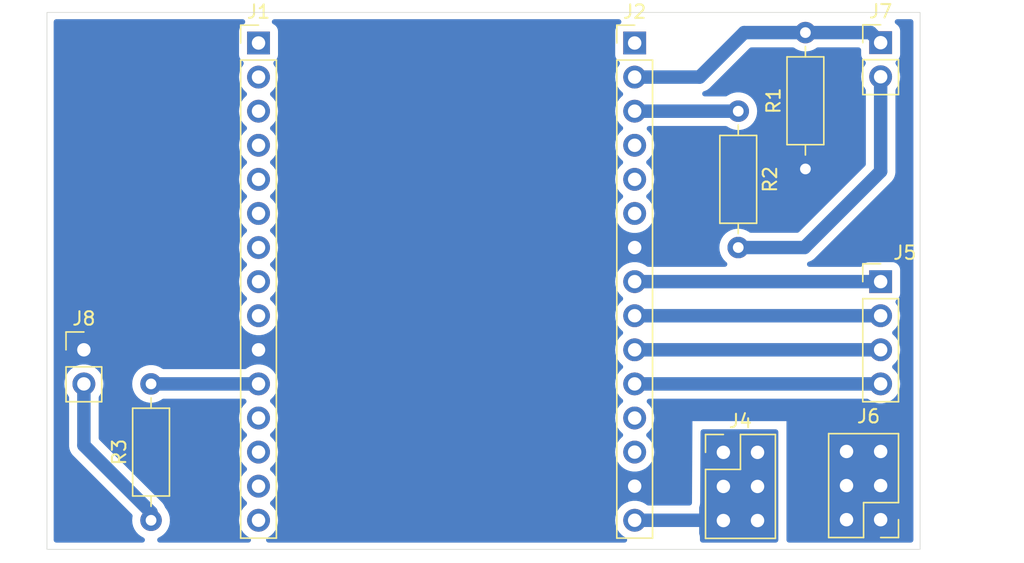
<source format=kicad_pcb>
(kicad_pcb (version 20240108) (generator "pcbnew") (generator_version "8.0")
  (layers (0 "F.Cu" signal) (31 "B.Cu" signal) (34 "B.Paste" user) (35 "F.Paste" user) (36 "B.SilkS" user "B.Silkscreen") (37 "F.SilkS" user "F.Silkscreen") (38 "B.Mask" user) (39 "F.Mask" user) (44 "Edge.Cuts" user))
  (net 0 "")
  (net 7 "+3V3")
  (net 11 "GND")
  (net 16 "/CS")
  (net 18 "/MISO")
  (net 20 "/MOSI")
  (net 22 "Net-(J2-Pin_3)")
  (net 24 "/SCLK")
  (net 25 "/CONFIG")
  (net 27 "Net-(J7-Pin_2)")
  (net 28 "Net-(J8-Pin_2)")
  (net 29 "Net-(J1-Pin_11)")
  (footprint "Connector_PinHeader_2.54mm:PinHeader_1x02_P2.54mm_Vertical" (layer "F.Cu") (at 64.7 49.685)
    (property "Reference" "J8" (at 0 -2.33 0) (layer "F.SilkS"))
    (property "Value" "Conn_01x02_Pin")
    (fp_line (start -1.33 -1.33) (end 0 -1.33) (stroke (width 0.12)) (layer "F.SilkS"))
    (fp_line (start -1.33 0) (end -1.33 -1.33) (stroke (width 0.12)) (layer "F.SilkS"))
    (fp_line (start -1.33 1.27) (end -1.33 3.87) (stroke (width 0.12)) (layer "F.SilkS"))
    (fp_line (start -1.33 1.27) (end 1.33 1.27) (stroke (width 0.12)) (layer "F.SilkS"))
    (fp_line (start -1.33 3.87) (end 1.33 3.87) (stroke (width 0.12)) (layer "F.SilkS"))
    (fp_line (start 1.33 1.27) (end 1.33 3.87) (stroke (width 0.12)) (layer "F.SilkS"))
    (pad "1" thru_hole rect (at 0 0) (size 1.7 1.7) (drill 1) (layers "*.Cu" "*.Mask") (net 11 "GND"))
    (pad "2" thru_hole oval (at 0 2.54) (size 1.7 1.7) (drill 1) (layers "*.Cu" "*.Mask") (net 28 "Net-(J8-Pin_2)"))
  )
  (footprint "Connector_PinHeader_2.54mm:PinHeader_2x03_P2.54mm_Vertical" (layer "F.Cu") (at 124.01 62.34 180)
    (property "Reference" "J6" (at 0.9 7.7 180) (layer "F.SilkS"))
    (property "Value" "Conn_02x03_Counter_Clockwise")
    (fp_line (start 3.87 -1.33) (end 3.87 6.41) (stroke (width 0.12)) (layer "F.SilkS"))
    (fp_line (start 1.27 1.27) (end 1.27 -1.33) (stroke (width 0.12)) (layer "F.SilkS"))
    (fp_line (start 1.27 -1.33) (end 3.87 -1.33) (stroke (width 0.12)) (layer "F.SilkS"))
    (fp_line (start -1.33 6.41) (end 3.87 6.41) (stroke (width 0.12)) (layer "F.SilkS"))
    (fp_line (start -1.33 1.27) (end 1.27 1.27) (stroke (width 0.12)) (layer "F.SilkS"))
    (fp_line (start -1.33 1.27) (end -1.33 6.41) (stroke (width 0.12)) (layer "F.SilkS"))
    (fp_line (start -1.33 0) (end -1.33 -1.33) (stroke (width 0.12)) (layer "F.SilkS"))
    (fp_line (start -1.33 -1.33) (end 0 -1.33) (stroke (width 0.12)) (layer "F.SilkS"))
    (pad "1" thru_hole rect (at 0 0 180) (size 1.7 1.7) (drill 1) (layers "*.Cu" "*.Mask") (net 11 "GND"))
    (pad "2" thru_hole oval (at 2.54 0 180) (size 1.7 1.7) (drill 1) (layers "*.Cu" "*.Mask") (net 11 "GND"))
    (pad "3" thru_hole oval (at 0 2.54 180) (size 1.7 1.7) (drill 1) (layers "*.Cu" "*.Mask") (net 11 "GND"))
    (pad "4" thru_hole oval (at 2.54 2.54 180) (size 1.7 1.7) (drill 1) (layers "*.Cu" "*.Mask") (net 11 "GND"))
    (pad "5" thru_hole oval (at 0 5.08 180) (size 1.7 1.7) (drill 1) (layers "*.Cu" "*.Mask") (net 11 "GND"))
    (pad "6" thru_hole oval (at 2.54 5.08 180) (size 1.7 1.7) (drill 1) (layers "*.Cu" "*.Mask") (net 11 "GND"))
  )
  (footprint "Resistor_THT:R_Axial_DIN0207_L6.3mm_D2.5mm_P10.16mm_Horizontal" (layer "F.Cu") (at 118.41 36.21 90)
    (property "Reference" "R1" (at 5.08 -2.37 -90) (layer "F.SilkS"))
    (property "Value" "10K")
    (fp_line (start 8.35 -1.37) (end 1.81 -1.37) (stroke (width 0.12)) (layer "F.SilkS"))
    (fp_line (start 1.81 -1.37) (end 1.81 1.37) (stroke (width 0.12)) (layer "F.SilkS"))
    (fp_line (start 9.12 0) (end 8.35 0) (stroke (width 0.12)) (layer "F.SilkS"))
    (fp_line (start 1.04 0) (end 1.81 0) (stroke (width 0.12)) (layer "F.SilkS"))
    (fp_line (start 8.35 1.37) (end 8.35 -1.37) (stroke (width 0.12)) (layer "F.SilkS"))
    (fp_line (start 1.81 1.37) (end 8.35 1.37) (stroke (width 0.12)) (layer "F.SilkS"))
    (pad "1" thru_hole circle (at 0 0 90) (size 1.6 1.6) (drill 0.8) (layers "*.Cu" "*.Mask") (net 11 "GND"))
    (pad "2" thru_hole oval (at 10.16 0 90) (size 1.6 1.6) (drill 0.8) (layers "*.Cu" "*.Mask") (net 25 "/CONFIG"))
  )
  (footprint "Connector_PinHeader_2.54mm:PinHeader_1x15_P2.54mm_Vertical" (layer "F.Cu") (at 105.7 26.825)
    (property "Reference" "J2" (at 0 -2.33 0) (layer "F.SilkS"))
    (property "Value" "Conn_01x15_Socket")
    (fp_line (start -1.33 -1.33) (end 0 -1.33) (stroke (width 0.12)) (layer "F.SilkS"))
    (fp_line (start -1.33 0) (end -1.33 -1.33) (stroke (width 0.12)) (layer "F.SilkS"))
    (fp_line (start -1.33 1.27) (end -1.33 36.89) (stroke (width 0.12)) (layer "F.SilkS"))
    (fp_line (start -1.33 1.27) (end 1.33 1.27) (stroke (width 0.12)) (layer "F.SilkS"))
    (fp_line (start -1.33 36.89) (end 1.33 36.89) (stroke (width 0.12)) (layer "F.SilkS"))
    (fp_line (start 1.33 1.27) (end 1.33 36.89) (stroke (width 0.12)) (layer "F.SilkS"))
    (pad "1" thru_hole rect (at 0 0) (size 1.7 1.7) (drill 1) (layers "*.Cu" "*.Mask"))
    (pad "2" thru_hole oval (at 0 2.54) (size 1.7 1.7) (drill 1) (layers "*.Cu" "*.Mask") (net 25 "/CONFIG"))
    (pad "3" thru_hole oval (at 0 5.08) (size 1.7 1.7) (drill 1) (layers "*.Cu" "*.Mask") (net 22 "Net-(J2-Pin_3)"))
    (pad "4" thru_hole oval (at 0 7.62) (size 1.7 1.7) (drill 1) (layers "*.Cu" "*.Mask"))
    (pad "5" thru_hole oval (at 0 10.16) (size 1.7 1.7) (drill 1) (layers "*.Cu" "*.Mask"))
    (pad "6" thru_hole oval (at 0 12.7) (size 1.7 1.7) (drill 1) (layers "*.Cu" "*.Mask"))
    (pad "7" thru_hole oval (at 0 15.24) (size 1.7 1.7) (drill 1) (layers "*.Cu" "*.Mask") (net 11 "GND"))
    (pad "8" thru_hole oval (at 0 17.78) (size 1.7 1.7) (drill 1) (layers "*.Cu" "*.Mask") (net 24 "/SCLK"))
    (pad "9" thru_hole oval (at 0 20.32) (size 1.7 1.7) (drill 1) (layers "*.Cu" "*.Mask") (net 18 "/MISO"))
    (pad "10" thru_hole oval (at 0 22.86) (size 1.7 1.7) (drill 1) (layers "*.Cu" "*.Mask") (net 20 "/MOSI"))
    (pad "11" thru_hole oval (at 0 25.4) (size 1.7 1.7) (drill 1) (layers "*.Cu" "*.Mask") (net 16 "/CS"))
    (pad "12" thru_hole oval (at 0 27.94) (size 1.7 1.7) (drill 1) (layers "*.Cu" "*.Mask"))
    (pad "13" thru_hole oval (at 0 30.48) (size 1.7 1.7) (drill 1) (layers "*.Cu" "*.Mask"))
    (pad "14" thru_hole oval (at 0 33.02) (size 1.7 1.7) (drill 1) (layers "*.Cu" "*.Mask") (net 11 "GND"))
    (pad "15" thru_hole oval (at 0 35.56) (size 1.7 1.7) (drill 1) (layers "*.Cu" "*.Mask") (net 7 "+3V3"))
  )
  (footprint "Resistor_THT:R_Axial_DIN0207_L6.3mm_D2.5mm_P10.16mm_Horizontal" (layer "F.Cu") (at 113.41 31.905 -90)
    (property "Reference" "R2" (at 5.08 -2.37 90) (layer "F.SilkS"))
    (property "Value" "330")
    (fp_line (start 1.81 1.37) (end 8.35 1.37) (stroke (width 0.12)) (layer "F.SilkS"))
    (fp_line (start 8.35 1.37) (end 8.35 -1.37) (stroke (width 0.12)) (layer "F.SilkS"))
    (fp_line (start 1.04 0) (end 1.81 0) (stroke (width 0.12)) (layer "F.SilkS"))
    (fp_line (start 9.12 0) (end 8.35 0) (stroke (width 0.12)) (layer "F.SilkS"))
    (fp_line (start 1.81 -1.37) (end 1.81 1.37) (stroke (width 0.12)) (layer "F.SilkS"))
    (fp_line (start 8.35 -1.37) (end 1.81 -1.37) (stroke (width 0.12)) (layer "F.SilkS"))
    (pad "1" thru_hole circle (at 0 0 270) (size 1.6 1.6) (drill 0.8) (layers "*.Cu" "*.Mask") (net 22 "Net-(J2-Pin_3)"))
    (pad "2" thru_hole oval (at 10.16 0 270) (size 1.6 1.6) (drill 0.8) (layers "*.Cu" "*.Mask") (net 27 "Net-(J7-Pin_2)"))
  )
  (footprint "Connector_PinHeader_2.54mm:PinHeader_1x15_P2.54mm_Vertical" (layer "F.Cu") (at 77.7 26.825)
    (property "Reference" "J1" (at 0 -2.33 0) (layer "F.SilkS"))
    (property "Value" "Conn_01x15_Socket")
    (fp_line (start -1.33 -1.33) (end 0 -1.33) (stroke (width 0.12)) (layer "F.SilkS"))
    (fp_line (start -1.33 0) (end -1.33 -1.33) (stroke (width 0.12)) (layer "F.SilkS"))
    (fp_line (start -1.33 1.27) (end -1.33 36.89) (stroke (width 0.12)) (layer "F.SilkS"))
    (fp_line (start -1.33 1.27) (end 1.33 1.27) (stroke (width 0.12)) (layer "F.SilkS"))
    (fp_line (start -1.33 36.89) (end 1.33 36.89) (stroke (width 0.12)) (layer "F.SilkS"))
    (fp_line (start 1.33 1.27) (end 1.33 36.89) (stroke (width 0.12)) (layer "F.SilkS"))
    (pad "1" thru_hole rect (at 0 0) (size 1.7 1.7) (drill 1) (layers "*.Cu" "*.Mask"))
    (pad "2" thru_hole oval (at 0 2.54) (size 1.7 1.7) (drill 1) (layers "*.Cu" "*.Mask"))
    (pad "3" thru_hole oval (at 0 5.08) (size 1.7 1.7) (drill 1) (layers "*.Cu" "*.Mask"))
    (pad "4" thru_hole oval (at 0 7.62) (size 1.7 1.7) (drill 1) (layers "*.Cu" "*.Mask"))
    (pad "5" thru_hole oval (at 0 10.16) (size 1.7 1.7) (drill 1) (layers "*.Cu" "*.Mask"))
    (pad "6" thru_hole oval (at 0 12.7) (size 1.7 1.7) (drill 1) (layers "*.Cu" "*.Mask"))
    (pad "7" thru_hole oval (at 0 15.24) (size 1.7 1.7) (drill 1) (layers "*.Cu" "*.Mask"))
    (pad "8" thru_hole oval (at 0 17.78) (size 1.7 1.7) (drill 1) (layers "*.Cu" "*.Mask"))
    (pad "9" thru_hole oval (at 0 20.32) (size 1.7 1.7) (drill 1) (layers "*.Cu" "*.Mask"))
    (pad "10" thru_hole oval (at 0 22.86) (size 1.7 1.7) (drill 1) (layers "*.Cu" "*.Mask") (net 11 "GND"))
    (pad "11" thru_hole oval (at 0 25.4) (size 1.7 1.7) (drill 1) (layers "*.Cu" "*.Mask") (net 29 "Net-(J1-Pin_11)"))
    (pad "12" thru_hole oval (at 0 27.94) (size 1.7 1.7) (drill 1) (layers "*.Cu" "*.Mask"))
    (pad "13" thru_hole oval (at 0 30.48) (size 1.7 1.7) (drill 1) (layers "*.Cu" "*.Mask"))
    (pad "14" thru_hole oval (at 0 33.02) (size 1.7 1.7) (drill 1) (layers "*.Cu" "*.Mask"))
    (pad "15" thru_hole oval (at 0 35.56) (size 1.7 1.7) (drill 1) (layers "*.Cu" "*.Mask"))
  )
  (footprint "Resistor_THT:R_Axial_DIN0207_L6.3mm_D2.5mm_P10.16mm_Horizontal" (layer "F.Cu") (at 69.7 62.385 90)
    (property "Reference" "R3" (at 5.08 -2.37 -90) (layer "F.SilkS"))
    (property "Value" "330")
    (fp_line (start 8.35 -1.37) (end 1.81 -1.37) (stroke (width 0.12)) (layer "F.SilkS"))
    (fp_line (start 1.81 -1.37) (end 1.81 1.37) (stroke (width 0.12)) (layer "F.SilkS"))
    (fp_line (start 9.12 0) (end 8.35 0) (stroke (width 0.12)) (layer "F.SilkS"))
    (fp_line (start 1.04 0) (end 1.81 0) (stroke (width 0.12)) (layer "F.SilkS"))
    (fp_line (start 8.35 1.37) (end 8.35 -1.37) (stroke (width 0.12)) (layer "F.SilkS"))
    (fp_line (start 1.81 1.37) (end 8.35 1.37) (stroke (width 0.12)) (layer "F.SilkS"))
    (pad "1" thru_hole circle (at 0 0 90) (size 1.6 1.6) (drill 0.8) (layers "*.Cu" "*.Mask") (net 28 "Net-(J8-Pin_2)"))
    (pad "2" thru_hole oval (at 10.16 0 90) (size 1.6 1.6) (drill 0.8) (layers "*.Cu" "*.Mask") (net 29 "Net-(J1-Pin_11)"))
  )
  (footprint "Connector_PinHeader_2.54mm:PinHeader_1x02_P2.54mm_Vertical" (layer "F.Cu") (at 124.01 26.8)
    (property "Reference" "J7" (at 0 -2.33 0) (layer "F.SilkS"))
    (property "Value" "Conn_01x02_Pin")
    (fp_line (start -1.33 -1.33) (end 0 -1.33) (stroke (width 0.12)) (layer "F.SilkS"))
    (fp_line (start -1.33 0) (end -1.33 -1.33) (stroke (width 0.12)) (layer "F.SilkS"))
    (fp_line (start -1.33 1.27) (end -1.33 3.87) (stroke (width 0.12)) (layer "F.SilkS"))
    (fp_line (start -1.33 1.27) (end 1.33 1.27) (stroke (width 0.12)) (layer "F.SilkS"))
    (fp_line (start -1.33 3.87) (end 1.33 3.87) (stroke (width 0.12)) (layer "F.SilkS"))
    (fp_line (start 1.33 1.27) (end 1.33 3.87) (stroke (width 0.12)) (layer "F.SilkS"))
    (pad "1" thru_hole rect (at 0 0) (size 1.7 1.7) (drill 1) (layers "*.Cu" "*.Mask") (net 25 "/CONFIG"))
    (pad "2" thru_hole oval (at 0 2.54) (size 1.7 1.7) (drill 1) (layers "*.Cu" "*.Mask") (net 27 "Net-(J7-Pin_2)"))
  )
  (footprint "Connector_PinHeader_2.54mm:PinHeader_1x04_P2.54mm_Vertical" (layer "F.Cu") (at 124.01 44.605)
    (property "Reference" "J5" (at 1.8 -2.15 0) (layer "F.SilkS"))
    (property "Value" "Conn_01x04_Pin")
    (fp_line (start -1.33 -1.33) (end 0 -1.33) (stroke (width 0.12)) (layer "F.SilkS"))
    (fp_line (start -1.33 0) (end -1.33 -1.33) (stroke (width 0.12)) (layer "F.SilkS"))
    (fp_line (start -1.33 1.27) (end -1.33 8.95) (stroke (width 0.12)) (layer "F.SilkS"))
    (fp_line (start -1.33 1.27) (end 1.33 1.27) (stroke (width 0.12)) (layer "F.SilkS"))
    (fp_line (start -1.33 8.95) (end 1.33 8.95) (stroke (width 0.12)) (layer "F.SilkS"))
    (fp_line (start 1.33 1.27) (end 1.33 8.95) (stroke (width 0.12)) (layer "F.SilkS"))
    (pad "1" thru_hole rect (at 0 0) (size 1.7 1.7) (drill 1) (layers "*.Cu" "*.Mask") (net 24 "/SCLK"))
    (pad "2" thru_hole oval (at 0 2.54) (size 1.7 1.7) (drill 1) (layers "*.Cu" "*.Mask") (net 18 "/MISO"))
    (pad "3" thru_hole oval (at 0 5.08) (size 1.7 1.7) (drill 1) (layers "*.Cu" "*.Mask") (net 20 "/MOSI"))
    (pad "4" thru_hole oval (at 0 7.62) (size 1.7 1.7) (drill 1) (layers "*.Cu" "*.Mask") (net 16 "/CS"))
  )
  (footprint "Connector_PinHeader_2.54mm:PinHeader_2x03_P2.54mm_Vertical" (layer "F.Cu") (at 112.305 57.325)
    (property "Reference" "J4" (at 1.27 -2.33 0) (layer "F.SilkS"))
    (property "Value" "Conn_02x03_Counter_Clockwise")
    (fp_line (start -1.33 -1.33) (end 0 -1.33) (stroke (width 0.12)) (layer "F.SilkS"))
    (fp_line (start -1.33 0) (end -1.33 -1.33) (stroke (width 0.12)) (layer "F.SilkS"))
    (fp_line (start -1.33 1.27) (end -1.33 6.41) (stroke (width 0.12)) (layer "F.SilkS"))
    (fp_line (start -1.33 1.27) (end 1.27 1.27) (stroke (width 0.12)) (layer "F.SilkS"))
    (fp_line (start -1.33 6.41) (end 3.87 6.41) (stroke (width 0.12)) (layer "F.SilkS"))
    (fp_line (start 1.27 -1.33) (end 3.87 -1.33) (stroke (width 0.12)) (layer "F.SilkS"))
    (fp_line (start 1.27 1.27) (end 1.27 -1.33) (stroke (width 0.12)) (layer "F.SilkS"))
    (fp_line (start 3.87 -1.33) (end 3.87 6.41) (stroke (width 0.12)) (layer "F.SilkS"))
    (pad "1" thru_hole rect (at 0 0) (size 1.7 1.7) (drill 1) (layers "*.Cu" "*.Mask") (net 7 "+3V3"))
    (pad "2" thru_hole oval (at 2.54 0) (size 1.7 1.7) (drill 1) (layers "*.Cu" "*.Mask") (net 7 "+3V3"))
    (pad "3" thru_hole oval (at 0 2.54) (size 1.7 1.7) (drill 1) (layers "*.Cu" "*.Mask") (net 7 "+3V3"))
    (pad "4" thru_hole oval (at 2.54 2.54) (size 1.7 1.7) (drill 1) (layers "*.Cu" "*.Mask") (net 7 "+3V3"))
    (pad "5" thru_hole oval (at 0 5.08) (size 1.7 1.7) (drill 1) (layers "*.Cu" "*.Mask") (net 7 "+3V3"))
    (pad "6" thru_hole oval (at 2.54 5.08) (size 1.7 1.7) (drill 1) (layers "*.Cu" "*.Mask") (net 7 "+3V3"))
  )
  (gr_rect (start 61.95 24.55) (end 126.95 64.55) (stroke (width 0.05)) (fill none) (layer "Edge.Cuts"))
  (segment (start 105.7 62.385) (end 112.285 62.385) (width 1) (layer "B.Cu") (net 7))
  (segment (start 112.285 62.385) (end 112.305 62.405) (width 1) (layer "B.Cu") (net 7))
  (segment (start 105.7 52.225) (end 124.01 52.225) (width 1) (layer "B.Cu") (net 16))
  (segment (start 105.7 47.145) (end 124.01 47.145) (width 1) (layer "B.Cu") (net 18))
  (segment (start 105.7 49.685) (end 124.01 49.685) (width 1) (layer "B.Cu") (net 20))
  (segment (start 105.7 31.905) (end 113.41 31.905) (width 1) (layer "B.Cu") (net 22))
  (segment (start 105.7 44.605) (end 124.01 44.605) (width 1) (layer "B.Cu") (net 24))
  (segment (start 118.41 26.05) (end 123.26 26.05) (width 1) (layer "B.Cu") (net 25))
  (segment (start 118.41 26.05) (end 113.85 26.05) (width 1) (layer "B.Cu") (net 25))
  (segment (start 123.26 26.05) (end 124.01 26.8) (width 1) (layer "B.Cu") (net 25))
  (segment (start 113.85 26.05) (end 110.535 29.365) (width 1) (layer "B.Cu") (net 25))
  (segment (start 110.535 29.365) (end 105.7 29.365) (width 1) (layer "B.Cu") (net 25))
  (segment (start 124.01 36.39) (end 124.01 29.34) (width 1) (layer "B.Cu") (net 27))
  (segment (start 113.41 42.065) (end 118.335 42.065) (width 1) (layer "B.Cu") (net 27))
  (segment (start 118.335 42.065) (end 124.01 36.39) (width 1) (layer "B.Cu") (net 27))
  (segment (start 64.7 56.8) (end 64.7 52.225) (width 1) (layer "B.Cu") (net 28))
  (segment (start 69.7 62.385) (end 69.7 61.8) (width 1) (layer "B.Cu") (net 28))
  (segment (start 69.7 61.8) (end 64.7 56.8) (width 1) (layer "B.Cu") (net 28))
  (segment (start 69.7 52.225) (end 77.7 52.225) (width 1) (layer "B.Cu") (net 29))
  (zone (net 7) (net_name "+3V3") (layer "B.Cu") (connect_pads yes (clearance 0.6)) (min_thickness 0.4) (fill yes (thermal_gap 0.5) (thermal_bridge_width 0.5))
    (polygon (pts (xy 110.5 64.55) (xy 110.5 55.5) (xy 116.65 55.5) (xy 116.65 64.55)))
  )
  (zone (net 11) (net_name "GND") (layer "B.Cu") (priority 1) (connect_pads yes (clearance 0.6)) (min_thickness 0.4) (fill yes (thermal_gap 0.5) (thermal_bridge_width 0.5))
    (polygon (pts (xy 126.95 64.55) (xy 117 64.55) (xy 117 55) (xy 110 55) (xy 109.95 64.55) (xy 61.95 64.55) (xy 61.95 24.55) (xy 126.95 24.55)))
  )
)
</source>
